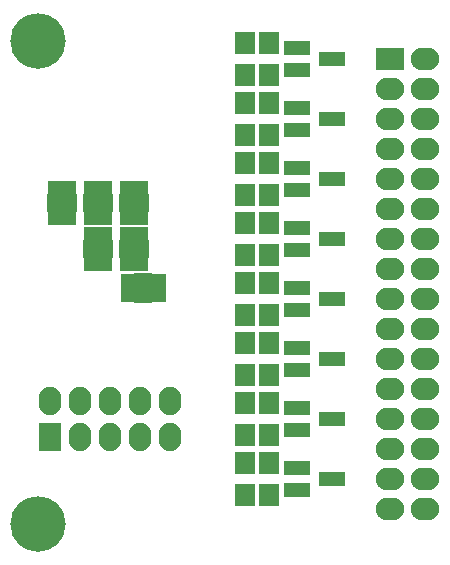
<source format=gbr>
G04 #@! TF.FileFunction,Soldermask,Top*
%FSLAX46Y46*%
G04 Gerber Fmt 4.6, Leading zero omitted, Abs format (unit mm)*
G04 Created by KiCad (PCBNEW 4.0.4-stable) date 12/22/16 08:10:22*
%MOMM*%
%LPD*%
G01*
G04 APERTURE LIST*
%ADD10C,0.100000*%
%ADD11O,2.400000X1.900000*%
%ADD12R,2.400000X1.900000*%
%ADD13O,1.900000X2.400000*%
%ADD14R,1.900000X2.400000*%
%ADD15R,2.400000X1.400000*%
%ADD16R,2.600000X1.600000*%
%ADD17R,1.400000X2.400000*%
%ADD18R,1.600000X2.600000*%
%ADD19R,2.300000X1.200000*%
%ADD20R,1.700000X1.900000*%
%ADD21C,4.700000*%
G04 APERTURE END LIST*
D10*
D11*
X143768000Y-143256000D03*
X146808000Y-143256000D03*
X143768000Y-138176000D03*
X146808000Y-138176000D03*
X146808000Y-140716000D03*
X143768000Y-140716000D03*
X143768000Y-135636000D03*
X146808000Y-135636000D03*
X146808000Y-133096000D03*
X143768000Y-133096000D03*
X143768000Y-130556000D03*
X146808000Y-130556000D03*
X146808000Y-128016000D03*
X143768000Y-128016000D03*
X143768000Y-125476000D03*
X146808000Y-125476000D03*
X146808000Y-122936000D03*
X143768000Y-122936000D03*
X143768000Y-120396000D03*
X146808000Y-120396000D03*
X146808000Y-117856000D03*
X143768000Y-117856000D03*
X143768000Y-115316000D03*
X146808000Y-115316000D03*
X146808000Y-112776000D03*
X143768000Y-112776000D03*
D12*
X143768000Y-105156000D03*
D11*
X146808000Y-105156000D03*
X143768000Y-107696000D03*
X146808000Y-107696000D03*
X143768000Y-110236000D03*
X146808000Y-110236000D03*
D13*
X125222000Y-137156000D03*
X125222000Y-134116000D03*
X122682000Y-134116000D03*
X122682000Y-137156000D03*
D14*
X115062000Y-137156000D03*
D13*
X115062000Y-134116000D03*
X117602000Y-137156000D03*
X117602000Y-134116000D03*
X120142000Y-137156000D03*
X120142000Y-134116000D03*
D15*
X116078000Y-118548000D03*
D16*
X116078000Y-117348000D03*
D15*
X116078000Y-116148000D03*
X119126000Y-118548000D03*
D16*
X119126000Y-117348000D03*
D15*
X119126000Y-116148000D03*
X122174000Y-118548000D03*
D16*
X122174000Y-117348000D03*
D15*
X122174000Y-116148000D03*
X122174000Y-120085000D03*
D16*
X122174000Y-121285000D03*
D15*
X122174000Y-122485000D03*
X119126000Y-120085000D03*
D16*
X119126000Y-121285000D03*
D15*
X119126000Y-122485000D03*
D17*
X121736000Y-124587000D03*
D18*
X122936000Y-124587000D03*
D17*
X124136000Y-124587000D03*
D19*
X135914000Y-104206000D03*
X135914000Y-106106000D03*
X138914000Y-105156000D03*
X135914000Y-109286000D03*
X135914000Y-111186000D03*
X138914000Y-110236000D03*
X135914000Y-114366000D03*
X135914000Y-116266000D03*
X138914000Y-115316000D03*
X135914000Y-119446000D03*
X135914000Y-121346000D03*
X138914000Y-120396000D03*
X135914000Y-124526000D03*
X135914000Y-126426000D03*
X138914000Y-125476000D03*
X135914000Y-129606000D03*
X135914000Y-131506000D03*
X138914000Y-130556000D03*
X135914000Y-134686000D03*
X135914000Y-136586000D03*
X138914000Y-135636000D03*
X135914000Y-139766000D03*
X135914000Y-141666000D03*
X138914000Y-140716000D03*
D20*
X131572000Y-103806000D03*
X131572000Y-106506000D03*
X133604000Y-103806000D03*
X133604000Y-106506000D03*
X131572000Y-108886000D03*
X131572000Y-111586000D03*
X133604000Y-108886000D03*
X133604000Y-111586000D03*
X131572000Y-113966000D03*
X131572000Y-116666000D03*
X133604000Y-113966000D03*
X133604000Y-116666000D03*
X131572000Y-119046000D03*
X131572000Y-121746000D03*
X133604000Y-119046000D03*
X133604000Y-121746000D03*
X131572000Y-124126000D03*
X131572000Y-126826000D03*
X133604000Y-124126000D03*
X133604000Y-126826000D03*
X131572000Y-129206000D03*
X131572000Y-131906000D03*
X133604000Y-129206000D03*
X133604000Y-131906000D03*
X131572000Y-134286000D03*
X131572000Y-136986000D03*
X133604000Y-134286000D03*
X133604000Y-136986000D03*
X131572000Y-139366000D03*
X131572000Y-142066000D03*
X133604000Y-139366000D03*
X133604000Y-142066000D03*
D21*
X114046000Y-144526000D03*
X114046000Y-103632000D03*
M02*

</source>
